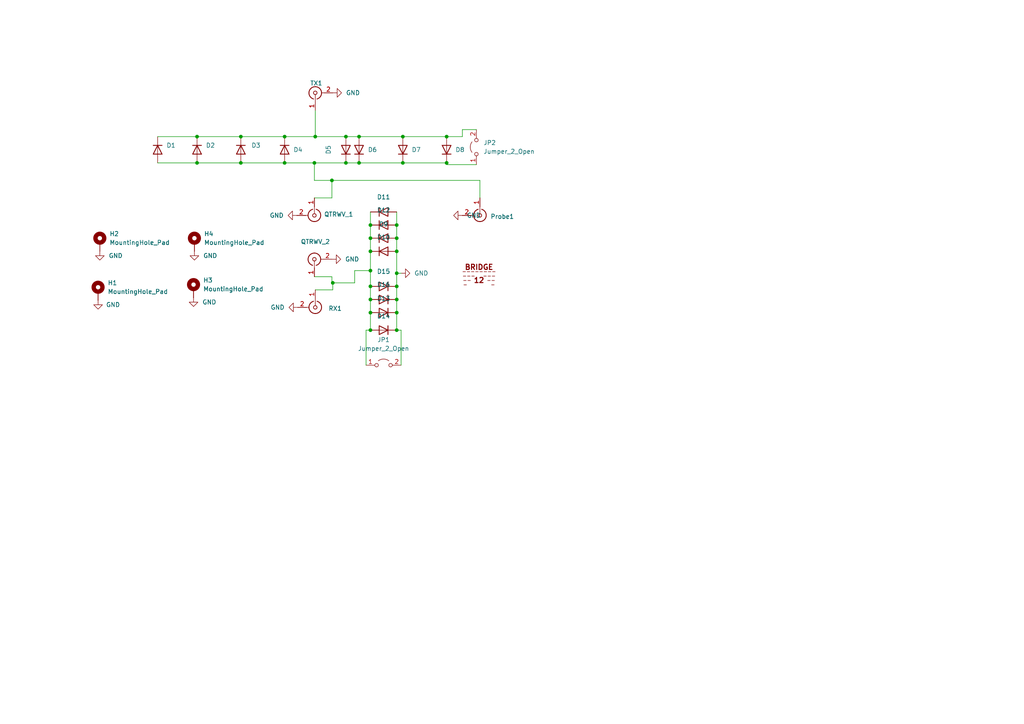
<source format=kicad_sch>
(kicad_sch (version 20230121) (generator eeschema)
  (paper "A4")
  (lib_symbols
    (symbol "B12T_logo:B12T-Logo" (pin_names (offset 1.016))
      (symbol "B12T-Logo_0_0"
        (text "-         -" (at 0 -7.62 0) (effects (font (size 0.9906 0.9906))))
        (text "--      --" (at 0 -6.35 0) (effects (font (size 0.9906 0.9906))))
        (text "---   ---" (at 0 -5.08 0) (effects (font (size 0.9906 0.9906))))
        (text "--------" (at 0 -3.81 0) (effects (font (size 0.9906 0.9906))))
        (text "12" (at 0 -6.35 0) (effects (font (size 1.4986 1.4986) bold)))
        (text "BRIDGE" (at 0 -2.54 0) (effects (font (size 1.4986 1.4986) bold)))
      )
    )
    (symbol "Connector:Conn_Coaxial" (pin_names (offset 1.016) hide)
      (property "Reference" "J" (at 0.254 3.048 0))
      (property "Value" "Conn_Coaxial" (at 2.921 0 90))
      (symbol "Conn_Coaxial_0_1"
        (arc (start -1.778 -0.508) (mid 0.2311 -1.8066) (end 1.778 0) (stroke (width 0.254)))
        (polyline (pts (xy -2.54 0) (xy -0.508 0)))
        (polyline (pts (xy 0 -2.54) (xy 0 -1.778)))
        (circle (center 0 0) (radius 0.508) (stroke (width 0.2032)))
        (arc (start 1.778 0) (mid 0.2099 1.8101) (end -1.778 0.508) (stroke (width 0.254)))
      )
      (symbol "Conn_Coaxial_1_1"
        (pin passive line (at -5.08 0 0) (length 2.54) (name "In") (number "1"))
        (pin passive line (at 0 -5.08 90) (length 2.54) (name "Ext") (number "2"))
      )
    )
    (symbol "Diode:1N4148" (pin_numbers hide) (pin_names hide)
      (property "Reference" "D" (at 0 2.54 0))
      (property "Value" "1N4148" (at 0 -2.54 0))
      (symbol "1N4148_0_1"
        (polyline (pts (xy -1.27 1.27) (xy -1.27 -1.27)) (stroke (width 0.254)))
        (polyline (pts (xy 1.27 0) (xy -1.27 0)))
        (polyline (pts (xy 1.27 1.27) (xy 1.27 -1.27) (xy -1.27 0) (xy 1.27 1.27)) (stroke (width 0.254)))
      )
      (symbol "1N4148_1_1"
        (pin passive line (at -3.81 0 0) (length 2.54) (name "K") (number "1"))
        (pin passive line (at 3.81 0 180) (length 2.54) (name "A") (number "2"))
      )
    )
    (symbol "Jumper:Jumper_2_Open" (pin_names (offset 0) hide)
      (property "Reference" "JP" (at 0 2.794 0))
      (property "Value" "Jumper_2_Open" (at 0 -2.286 0))
      (symbol "Jumper_2_Open_0_0"
        (circle (center -2.032 0) (radius 0.508))
        (circle (center 2.032 0) (radius 0.508))
      )
      (symbol "Jumper_2_Open_0_1"
        (arc (start 1.524 1.27) (mid 0 1.778) (end -1.524 1.27))
      )
      (symbol "Jumper_2_Open_1_1"
        (pin passive line (at -5.08 0 0) (length 2.54) (name "A") (number "1"))
        (pin passive line (at 5.08 0 180) (length 2.54) (name "B") (number "2"))
      )
    )
    (symbol "Mechanical:MountingHole_Pad" (pin_numbers hide) (pin_names (offset 1.016) hide)
      (property "Reference" "H" (at 0 6.35 0))
      (property "Value" "MountingHole_Pad" (at 0 4.445 0))
      (symbol "MountingHole_Pad_0_1"
        (circle (center 0 1.27) (radius 1.27) (stroke (width 1.27)))
      )
      (symbol "MountingHole_Pad_1_1"
        (pin input line (at 0 -2.54 90) (length 2.54) (name "1") (number "1"))
      )
    )
    (symbol "power:GND" (power) (pin_names (offset 0))
      (property "Value" "GND" (at 0 -3.81 0))
      (symbol "GND_0_1"
        (polyline (pts (xy 0 0) (xy 0 -1.27) (xy 1.27 -1.27) (xy 0 -2.54) (xy -1.27 -1.27) (xy 0 -1.27)))
      )
      (symbol "GND_1_1"
        (pin power_in line (at 0 0 270) (length 0) hide (name "GND") (number "1"))
      )
    )
  )
  (junction (at 82.55 47.244))
  (junction (at 107.442 65.278))
  (junction (at 57.15 47.244))
  (junction (at 129.54 47.244))
  (junction (at 107.442 72.898))
  (junction (at 115.062 90.678))
  (junction (at 107.442 78.486))
  (junction (at 129.54 39.624))
  (junction (at 116.84 47.244))
  (junction (at 107.442 95.758))
  (junction (at 115.062 79.248))
  (junction (at 115.062 65.278))
  (junction (at 91.186 47.244))
  (junction (at 104.14 39.624))
  (junction (at 115.062 95.758))
  (junction (at 116.84 39.624))
  (junction (at 107.442 69.088))
  (junction (at 82.55 39.624))
  (junction (at 96.52 82.042))
  (junction (at 57.15 39.624))
  (junction (at 91.44 39.624))
  (junction (at 96.266 52.324))
  (junction (at 104.14 47.244))
  (junction (at 107.442 90.678))
  (junction (at 115.062 69.088))
  (junction (at 115.062 86.868))
  (junction (at 69.85 47.244))
  (junction (at 115.062 83.058))
  (junction (at 107.442 83.058))
  (junction (at 100.33 39.624))
  (junction (at 100.33 47.244))
  (junction (at 115.062 72.898))
  (junction (at 69.85 39.624))
  (junction (at 107.442 86.868))
  (wire (pts (xy 116.332 95.758) (xy 115.062 95.758)))
  (wire (pts (xy 91.44 39.624) (xy 100.33 39.624)))
  (wire (pts (xy 91.186 47.244) (xy 100.33 47.244)))
  (wire (pts (xy 96.52 82.042) (xy 96.52 84.074)))
  (wire (pts (xy 91.44 84.074) (xy 96.52 84.074)))
  (wire (pts (xy 107.442 95.758) (xy 107.442 90.678)))
  (wire (pts (xy 106.172 105.918) (xy 106.172 95.758)))
  (wire (pts (xy 104.14 39.624) (xy 116.84 39.624)))
  (wire (pts (xy 102.87 78.486) (xy 107.442 78.486)))
  (wire (pts (xy 107.442 86.868) (xy 107.442 83.058)))
  (wire (pts (xy 115.062 65.278) (xy 115.062 61.468)))
  (wire (pts (xy 107.442 72.898) (xy 107.442 69.088)))
  (wire (pts (xy 116.84 39.624) (xy 129.54 39.624)))
  (wire (pts (xy 115.062 90.678) (xy 115.062 86.868)))
  (wire (pts (xy 115.062 86.868) (xy 115.062 83.058)))
  (wire (pts (xy 129.54 47.752) (xy 129.54 47.244)))
  (wire (pts (xy 115.062 69.088) (xy 115.062 65.278)))
  (wire (pts (xy 57.15 39.624) (xy 69.85 39.624)))
  (wire (pts (xy 96.266 80.264) (xy 96.266 82.042)))
  (wire (pts (xy 100.33 39.624) (xy 104.14 39.624)))
  (wire (pts (xy 115.062 79.248) (xy 115.062 72.898)))
  (wire (pts (xy 116.332 105.918) (xy 116.332 95.758)))
  (wire (pts (xy 100.33 47.244) (xy 104.14 47.244)))
  (wire (pts (xy 115.062 83.058) (xy 115.062 79.248)))
  (wire (pts (xy 104.14 47.244) (xy 116.84 47.244)))
  (wire (pts (xy 96.266 82.042) (xy 96.52 82.042)))
  (wire (pts (xy 91.44 32.004) (xy 91.44 39.624)))
  (wire (pts (xy 107.442 65.278) (xy 107.442 61.468)))
  (wire (pts (xy 82.55 47.244) (xy 91.186 47.244)))
  (wire (pts (xy 91.186 57.404) (xy 96.266 57.404)))
  (wire (pts (xy 45.72 47.244) (xy 57.15 47.244)))
  (wire (pts (xy 91.186 52.324) (xy 96.266 52.324)))
  (wire (pts (xy 138.176 47.752) (xy 129.54 47.752)))
  (wire (pts (xy 115.062 72.898) (xy 115.062 69.088)))
  (wire (pts (xy 139.192 52.324) (xy 139.192 57.404)))
  (wire (pts (xy 91.186 52.324) (xy 91.186 47.244)))
  (wire (pts (xy 57.15 47.244) (xy 69.85 47.244)))
  (wire (pts (xy 96.266 52.324) (xy 96.266 57.404)))
  (wire (pts (xy 107.442 90.678) (xy 107.442 86.868)))
  (wire (pts (xy 115.062 95.758) (xy 115.062 90.678)))
  (wire (pts (xy 96.52 82.042) (xy 102.87 82.042)))
  (wire (pts (xy 96.266 52.324) (xy 139.192 52.324)))
  (wire (pts (xy 69.85 47.244) (xy 82.55 47.244)))
  (wire (pts (xy 45.72 39.624) (xy 57.15 39.624)))
  (wire (pts (xy 107.442 69.088) (xy 107.442 65.278)))
  (wire (pts (xy 116.332 79.248) (xy 115.062 79.248)))
  (wire (pts (xy 107.442 78.486) (xy 107.442 72.898)))
  (wire (pts (xy 102.87 82.042) (xy 102.87 78.486)))
  (wire (pts (xy 91.186 80.264) (xy 96.266 80.264)))
  (wire (pts (xy 134.112 37.592) (xy 138.176 37.592)))
  (wire (pts (xy 129.54 39.624) (xy 134.112 39.624)))
  (wire (pts (xy 69.85 39.624) (xy 82.55 39.624)))
  (wire (pts (xy 116.84 47.244) (xy 129.54 47.244)))
  (wire (pts (xy 107.442 83.058) (xy 107.442 78.486)))
  (wire (pts (xy 82.55 39.624) (xy 91.44 39.624)))
  (wire (pts (xy 134.112 39.624) (xy 134.112 37.592)))
  (wire (pts (xy 106.172 95.758) (xy 107.442 95.758)))
  (symbol (lib_id "power:GND") (at 86.106 62.484 270) (unit 1)
    (property "Reference" "#PWR0104" (effects hide))
    (property "Value" "GND" (at 82.296 62.4839 90) (effects (justify right)))
  )
  (symbol (lib_id "Connector:Conn_Coaxial") (at 91.186 75.184 90) (unit 1)
    (property "Reference" "QTRWV_2" (at 91.4792 70.104 90))
    (property "Value" "lambda4_2" (effects hide))
    (property "Footprint" "Connector_Coaxial:SMA_Amphenol_132134_Vertical" (effects hide))
    (property "Datasheet" " ~" (effects hide))
  )
  (symbol (lib_id "Diode:1N4148") (at 111.252 72.898 0) (unit 1)
    (property "Reference" "D10" (at 111.252 68.834 0))
    (property "Value" "1N4148" (effects hide))
    (property "Footprint" "Diode_THT:D_DO-35_SOD27_P7.62mm_Horizontal" (effects hide))
    (property "Datasheet" "https://assets.nexperia.com/documents/data-sheet/1N4148_1N4448.pdf" (effects hide))
  )
  (symbol (lib_id "Diode:1N4148") (at 45.72 43.434 270) (unit 1)
    (property "Reference" "D1" (at 48.26 42.1639 90) (effects (justify left)))
    (property "Value" "1N4148" (effects hide))
    (property "Footprint" "Diode_THT:D_DO-35_SOD27_P7.62mm_Horizontal" (effects hide))
    (property "Datasheet" "https://assets.nexperia.com/documents/data-sheet/1N4148_1N4448.pdf" (effects hide))
  )
  (symbol (lib_id "Diode:1N4148") (at 129.54 43.434 90) (unit 1)
    (property "Reference" "D8" (at 132.08 43.4339 90) (effects (justify right)))
    (property "Value" "1N4148" (effects hide))
    (property "Footprint" "Diode_THT:D_DO-35_SOD27_P7.62mm_Horizontal" (effects hide))
    (property "Datasheet" "https://assets.nexperia.com/documents/data-sheet/1N4148_1N4448.pdf" (effects hide))
  )
  (symbol (lib_id "power:GND") (at 86.36 89.154 270) (unit 1)
    (property "Reference" "#PWR0103" (effects hide))
    (property "Value" "GND" (at 82.55 89.1539 90) (effects (justify right)))
  )
  (symbol (lib_id "power:GND") (at 134.112 62.484 270) (unit 1)
    (property "Reference" "#PWR0102" (effects hide))
    (property "Value" "GND" (at 135.382 62.4839 90) (effects (justify left)))
  )
  (symbol (lib_id "Connector:Conn_Coaxial") (at 91.44 26.924 90) (unit 1)
    (property "Reference" "TX1" (at 91.7332 24.13 90))
    (property "Value" "TX" (effects hide))
    (property "Footprint" "Connector_Coaxial:SMA_Amphenol_132134_Vertical" (effects hide))
    (property "Datasheet" " ~" (effects hide))
  )
  (symbol (lib_id "Jumper:Jumper_2_Open") (at 111.252 105.918 0) (unit 1)
    (property "Reference" "JP1" (at 111.252 98.552 0))
    (property "Value" "Jumper_2_Open" (at 111.252 101.092 0))
    (property "Footprint" "Connector_PinHeader_2.54mm:PinHeader_1x02_P2.54mm_Vertical" (effects hide))
  )
  (symbol (lib_id "B12T_logo:B12T-Logo") (at 138.938 74.93 0) (unit 1)
    (property "Reference" "X1" (effects hide))
    (property "Value" "B12T-Logo" (effects hide))
    (property "Footprint" "aesthetics:b12t-logo" (effects hide))
  )
  (symbol (lib_id "Diode:1N4148") (at 82.55 43.434 270) (unit 1)
    (property "Reference" "D4" (at 85.09 43.4339 90) (effects (justify left)))
    (property "Value" "1N4148" (effects hide))
    (property "Footprint" "Diode_THT:D_DO-35_SOD27_P7.62mm_Horizontal" (effects hide))
    (property "Datasheet" "https://assets.nexperia.com/documents/data-sheet/1N4148_1N4448.pdf" (effects hide))
  )
  (symbol (lib_id "Diode:1N4148") (at 69.85 43.434 270) (unit 1)
    (property "Reference" "D3" (at 72.898 42.164 90) (effects (justify left)))
    (property "Value" "1N4148" (effects hide))
    (property "Footprint" "Diode_THT:D_DO-35_SOD27_P7.62mm_Horizontal" (effects hide))
    (property "Datasheet" "https://assets.nexperia.com/documents/data-sheet/1N4148_1N4448.pdf" (effects hide))
  )
  (symbol (lib_id "power:GND") (at 96.266 75.184 90) (unit 1)
    (property "Reference" "#PWR0106" (effects hide))
    (property "Value" "GND" (at 100.076 75.1839 90) (effects (justify right)))
  )
  (symbol (lib_id "Diode:1N4148") (at 104.14 43.434 90) (unit 1)
    (property "Reference" "D6" (at 106.68 43.4339 90) (effects (justify right)))
    (property "Value" "1N4148" (effects hide))
    (property "Footprint" "Diode_THT:D_DO-35_SOD27_P7.62mm_Horizontal" (effects hide))
    (property "Datasheet" "https://assets.nexperia.com/documents/data-sheet/1N4148_1N4448.pdf" (effects hide))
  )
  (symbol (lib_id "Mechanical:MountingHole_Pad") (at 56.134 83.82 0) (unit 1)
    (property "Reference" "H3" (at 58.928 81.2799 0) (effects (justify left)))
    (property "Value" "MountingHole_Pad" (at 58.928 83.8199 0) (effects (justify left)))
    (property "Footprint" "B12T_MountingHole:2-56_Hole_Pad" (effects hide))
  )
  (symbol (lib_id "power:GND") (at 56.134 86.36 0) (unit 1)
    (property "Reference" "#PWR0108" (effects hide))
    (property "Value" "GND" (at 58.674 87.6299 0) (effects (justify left)))
  )
  (symbol (lib_id "Connector:Conn_Coaxial") (at 139.192 62.484 270) (unit 1)
    (property "Reference" "Probe1" (at 142.24 62.8015 90) (effects (justify left)))
    (property "Value" "Probe" (effects hide))
    (property "Footprint" "Connector_Coaxial:SMA_Amphenol_132134_Vertical" (effects hide))
    (property "Datasheet" " ~" (effects hide))
  )
  (symbol (lib_id "Connector:Conn_Coaxial") (at 91.186 62.484 270) (unit 1)
    (property "Reference" "QTRWV_1" (at 93.98 62.1664 90) (effects (justify left)))
    (property "Value" "lambda4_1" (effects hide))
    (property "Footprint" "Connector_Coaxial:SMA_Amphenol_132134_Vertical" (effects hide))
    (property "Datasheet" " ~" (effects hide))
  )
  (symbol (lib_id "power:GND") (at 56.388 72.898 0) (unit 1)
    (property "Reference" "#PWR0107" (effects hide))
    (property "Value" "GND" (at 58.928 74.1679 0) (effects (justify left)))
  )
  (symbol (lib_id "Diode:1N4148") (at 111.252 83.058 180) (unit 1)
    (property "Reference" "D15" (at 111.252 78.74 0))
    (property "Value" "1N4148" (effects hide))
    (property "Footprint" "Diode_THT:D_DO-35_SOD27_P7.62mm_Horizontal" (effects hide))
    (property "Datasheet" "https://assets.nexperia.com/documents/data-sheet/1N4148_1N4448.pdf" (effects hide))
  )
  (symbol (lib_id "Diode:1N4148") (at 111.252 65.278 0) (unit 1)
    (property "Reference" "D12" (at 111.252 60.96 0))
    (property "Value" "1N4148" (effects hide))
    (property "Footprint" "Diode_THT:D_DO-35_SOD27_P7.62mm_Horizontal" (effects hide))
    (property "Datasheet" "https://assets.nexperia.com/documents/data-sheet/1N4148_1N4448.pdf" (effects hide))
  )
  (symbol (lib_id "Diode:1N4148") (at 111.252 95.758 180) (unit 1)
    (property "Reference" "D14" (at 111.252 91.694 0))
    (property "Value" "1N4148" (effects hide))
    (property "Footprint" "Diode_THT:D_DO-35_SOD27_P7.62mm_Horizontal" (effects hide))
    (property "Datasheet" "https://assets.nexperia.com/documents/data-sheet/1N4148_1N4448.pdf" (effects hide))
  )
  (symbol (lib_id "Mechanical:MountingHole_Pad") (at 56.388 70.358 0) (unit 1)
    (property "Reference" "H4" (at 59.182 67.8179 0) (effects (justify left)))
    (property "Value" "MountingHole_Pad" (at 59.182 70.3579 0) (effects (justify left)))
    (property "Footprint" "B12T_MountingHole:2-56_Hole_Pad" (effects hide))
  )
  (symbol (lib_id "Mechanical:MountingHole_Pad") (at 28.448 84.582 0) (unit 1)
    (property "Reference" "H1" (at 31.242 82.0419 0) (effects (justify left)))
    (property "Value" "MountingHole_Pad" (at 31.242 84.5819 0) (effects (justify left)))
    (property "Footprint" "B12T_MountingHole:2-56_Hole_Pad" (effects hide))
  )
  (symbol (lib_id "Diode:1N4148") (at 111.252 61.468 0) (unit 1)
    (property "Reference" "D11" (at 111.252 57.15 0))
    (property "Value" "1N4148" (effects hide))
    (property "Footprint" "Diode_THT:D_DO-35_SOD27_P7.62mm_Horizontal" (effects hide))
    (property "Datasheet" "https://assets.nexperia.com/documents/data-sheet/1N4148_1N4448.pdf" (effects hide))
  )
  (symbol (lib_id "power:GND") (at 28.956 72.898 0) (unit 1)
    (property "Reference" "#PWR0110" (effects hide))
    (property "Value" "GND" (at 31.496 74.1679 0) (effects (justify left)))
  )
  (symbol (lib_id "Mechanical:MountingHole_Pad") (at 28.956 70.358 0) (unit 1)
    (property "Reference" "H2" (at 31.75 67.8179 0) (effects (justify left)))
    (property "Value" "MountingHole_Pad" (at 31.75 70.3579 0) (effects (justify left)))
    (property "Footprint" "B12T_MountingHole:2-56_Hole_Pad" (effects hide))
  )
  (symbol (lib_id "power:GND") (at 96.52 26.924 90) (unit 1)
    (property "Reference" "#PWR0101" (effects hide))
    (property "Value" "GND" (at 100.33 26.9241 90) (effects (justify right)))
  )
  (symbol (lib_id "Jumper:Jumper_2_Open") (at 138.176 42.672 90) (unit 1)
    (property "Reference" "JP2" (at 140.208 41.4019 90) (effects (justify right)))
    (property "Value" "Jumper_2_Open" (at 140.208 43.9419 90) (effects (justify right)))
    (property "Footprint" "Connector_PinHeader_2.54mm:PinHeader_1x02_P2.54mm_Vertical" (effects hide))
  )
  (symbol (lib_id "Diode:1N4148") (at 100.33 43.434 90) (unit 1)
    (property "Reference" "D5" (at 95.25 43.434 0))
    (property "Value" "1N4148" (effects hide))
    (property "Footprint" "Diode_THT:D_DO-35_SOD27_P7.62mm_Horizontal" (effects hide))
    (property "Datasheet" "https://assets.nexperia.com/documents/data-sheet/1N4148_1N4448.pdf" (effects hide))
  )
  (symbol (lib_id "Diode:1N4148") (at 111.252 90.678 180) (unit 1)
    (property "Reference" "D13" (at 111.252 86.614 0))
    (property "Value" "1N4148" (effects hide))
    (property "Footprint" "Diode_THT:D_DO-35_SOD27_P7.62mm_Horizontal" (effects hide))
    (property "Datasheet" "https://assets.nexperia.com/documents/data-sheet/1N4148_1N4448.pdf" (effects hide))
  )
  (symbol (lib_id "power:GND") (at 28.448 87.122 0) (unit 1)
    (property "Reference" "#PWR0109" (effects hide))
    (property "Value" "GND" (at 30.734 88.3919 0) (effects (justify left)))
  )
  (symbol (lib_id "power:GND") (at 116.332 79.248 90) (unit 1)
    (property "Reference" "#PWR0105" (effects hide))
    (property "Value" "GND" (at 120.142 79.2481 90) (effects (justify right)))
  )
  (symbol (lib_id "Diode:1N4148") (at 57.15 43.434 270) (unit 1)
    (property "Reference" "D2" (at 59.69 42.1639 90) (effects (justify left)))
    (property "Value" "1N4148" (effects hide))
    (property "Footprint" "Diode_THT:D_DO-35_SOD27_P7.62mm_Horizontal" (effects hide))
    (property "Datasheet" "https://assets.nexperia.com/documents/data-sheet/1N4148_1N4448.pdf" (effects hide))
  )
  (symbol (lib_id "Diode:1N4148") (at 111.252 69.088 0) (unit 1)
    (property "Reference" "D9" (at 111.252 65.024 0))
    (property "Value" "1N4148" (effects hide))
    (property "Footprint" "Diode_THT:D_DO-35_SOD27_P7.62mm_Horizontal" (effects hide))
    (property "Datasheet" "https://assets.nexperia.com/documents/data-sheet/1N4148_1N4448.pdf" (effects hide))
  )
  (symbol (lib_id "Connector:Conn_Coaxial") (at 91.44 89.154 270) (unit 1)
    (property "Reference" "RX1" (at 95.25 89.4715 90) (effects (justify left)))
    (property "Value" "RX" (effects hide))
    (property "Footprint" "Connector_Coaxial:SMA_Amphenol_132134_Vertical" (effects hide))
    (property "Datasheet" " ~" (effects hide))
  )
  (symbol (lib_id "Diode:1N4148") (at 111.252 86.868 180) (unit 1)
    (property "Reference" "D16" (at 111.252 82.55 0))
    (property "Value" "1N4148" (effects hide))
    (property "Footprint" "Diode_THT:D_DO-35_SOD27_P7.62mm_Horizontal" (effects hide))
    (property "Datasheet" "https://assets.nexperia.com/documents/data-sheet/1N4148_1N4448.pdf" (effects hide))
  )
  (symbol (lib_id "Diode:1N4148") (at 116.84 43.434 90) (unit 1)
    (property "Reference" "D7" (at 119.38 43.4339 90) (effects (justify right)))
    (property "Value" "1N4148" (effects hide))
    (property "Footprint" "Diode_THT:D_DO-35_SOD27_P7.62mm_Horizontal" (effects hide))
    (property "Datasheet" "https://assets.nexperia.com/documents/data-sheet/1N4148_1N4448.pdf" (effects hide))
  )
)
</source>
